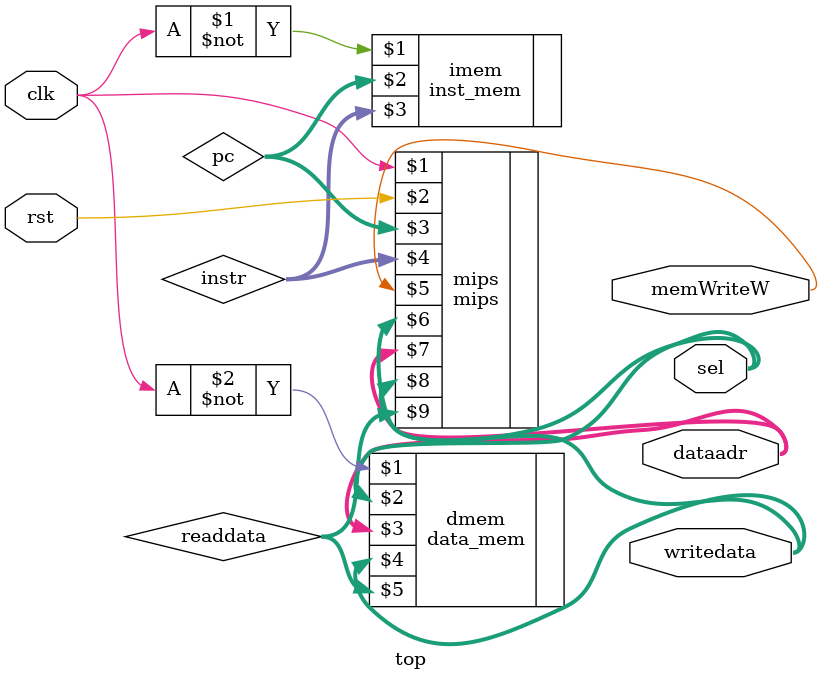
<source format=v>
`timescale 1ns / 1ps


module top(
	input wire clk,rst,
	output wire[31:0] writedata,dataadr,
	output wire memWriteW,
	output wire[3:0] sel
    );

	wire[31:0] pc,instr,readdata;

	mips mips(clk,rst,pc,instr,memWriteW,sel,dataadr,writedata,readdata);
	inst_mem imem(~clk,pc,instr);
	data_mem dmem(~clk,sel,dataadr,writedata,readdata);
endmodule

</source>
